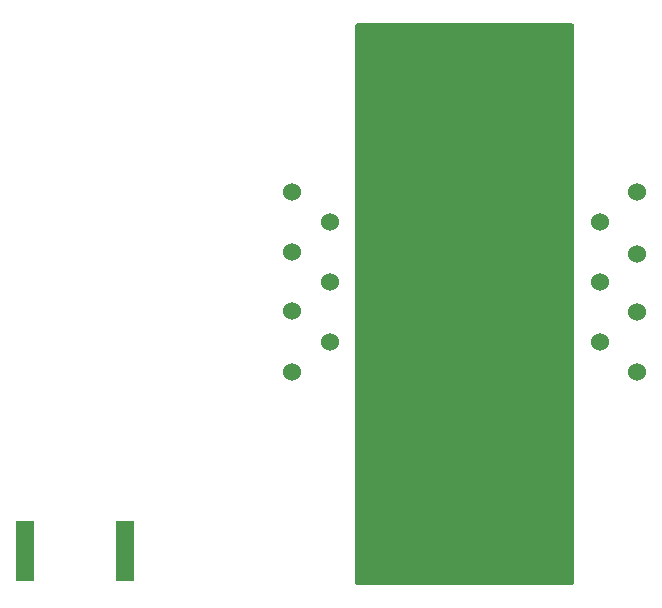
<source format=gts>
%TF.GenerationSoftware,KiCad,Pcbnew,(6.0.9)*%
%TF.CreationDate,2022-12-04T20:24:29+08:00*%
%TF.ProjectId,kirdyShield,6b697264-7953-4686-9965-6c642e6b6963,rev?*%
%TF.SameCoordinates,Original*%
%TF.FileFunction,Soldermask,Top*%
%TF.FilePolarity,Negative*%
%FSLAX46Y46*%
G04 Gerber Fmt 4.6, Leading zero omitted, Abs format (unit mm)*
G04 Created by KiCad (PCBNEW (6.0.9)) date 2022-12-04 20:24:29*
%MOMM*%
%LPD*%
G01*
G04 APERTURE LIST*
%ADD10R,1.500000X5.080000*%
%ADD11C,1.524000*%
G04 APERTURE END LIST*
D10*
%TO.C,J5*%
X65600000Y-144637500D03*
X74100000Y-144637500D03*
%TD*%
D11*
%TO.C,J4*%
X117475000Y-114300000D03*
X114300000Y-116840000D03*
X117475000Y-119507000D03*
X114300000Y-121920000D03*
X117475000Y-124460000D03*
X114300000Y-127000000D03*
X117475000Y-129540000D03*
%TD*%
%TO.C,J2*%
X88265000Y-129540000D03*
X91440000Y-127000000D03*
X88265000Y-124333000D03*
X91440000Y-121920000D03*
X88265000Y-119380000D03*
X91440000Y-116840000D03*
X88265000Y-114300000D03*
%TD*%
G36*
X112042121Y-100020002D02*
G01*
X112088614Y-100073658D01*
X112100000Y-100126000D01*
X112100000Y-147374000D01*
X112079998Y-147442121D01*
X112026342Y-147488614D01*
X111974000Y-147500000D01*
X93726000Y-147500000D01*
X93657879Y-147479998D01*
X93611386Y-147426342D01*
X93600000Y-147374000D01*
X93600000Y-100126000D01*
X93620002Y-100057879D01*
X93673658Y-100011386D01*
X93726000Y-100000000D01*
X111974000Y-100000000D01*
X112042121Y-100020002D01*
G37*
M02*

</source>
